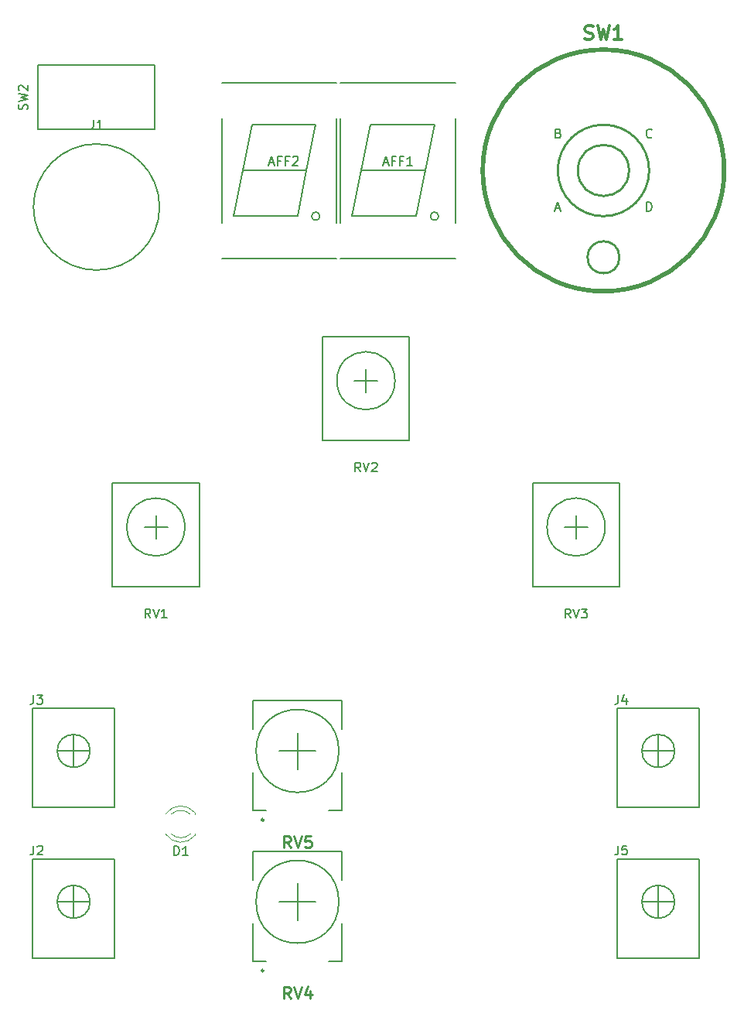
<source format=gbr>
G04 #@! TF.FileFunction,Legend,Top*
%FSLAX46Y46*%
G04 Gerber Fmt 4.6, Leading zero omitted, Abs format (unit mm)*
G04 Created by KiCad (PCBNEW 4.0.7) date Mon Nov 20 20:18:14 2017*
%MOMM*%
%LPD*%
G01*
G04 APERTURE LIST*
%ADD10C,0.100000*%
%ADD11C,0.150000*%
%ADD12C,0.120000*%
%ADD13C,0.254000*%
%ADD14C,0.200000*%
%ADD15C,0.304800*%
G04 APERTURE END LIST*
D10*
D11*
X8800000Y10000000D02*
X5200000Y10000000D01*
X7000000Y8200000D02*
X7000000Y11800000D01*
X8800000Y10000000D02*
G75*
G03X8800000Y10000000I-1800000J0D01*
G01*
X2500000Y3800000D02*
X2500000Y14700000D01*
X11500000Y3800000D02*
X11500000Y14700000D01*
X11500000Y14700000D02*
X2500000Y14700000D01*
X11500000Y3800000D02*
X2500000Y3800000D01*
X33947214Y85000000D02*
G75*
G03X33947214Y85000000I-447214J0D01*
G01*
X26500000Y95000000D02*
X25500000Y90000000D01*
X25500000Y90000000D02*
X24500000Y85000000D01*
X24500000Y85000000D02*
X31500000Y85000000D01*
X31500000Y85000000D02*
X32500000Y90000000D01*
X33500000Y95000000D02*
X32500000Y90000000D01*
X32500000Y90000000D02*
X25500000Y90000000D01*
X26500000Y95000000D02*
X33500000Y95000000D01*
X35800000Y80400000D02*
X23200000Y80400000D01*
X23200000Y95700000D02*
X23200000Y84300000D01*
X35800000Y95700000D02*
X35800000Y84300000D01*
X23200000Y99600000D02*
X35800000Y99600000D01*
X46947214Y85000000D02*
G75*
G03X46947214Y85000000I-447214J0D01*
G01*
X39500000Y95000000D02*
X38500000Y90000000D01*
X38500000Y90000000D02*
X37500000Y85000000D01*
X37500000Y85000000D02*
X44500000Y85000000D01*
X44500000Y85000000D02*
X45500000Y90000000D01*
X46500000Y95000000D02*
X45500000Y90000000D01*
X45500000Y90000000D02*
X38500000Y90000000D01*
X39500000Y95000000D02*
X46500000Y95000000D01*
X48800000Y80400000D02*
X36200000Y80400000D01*
X36200000Y95700000D02*
X36200000Y84300000D01*
X48800000Y95700000D02*
X48800000Y84300000D01*
X36200000Y99600000D02*
X48800000Y99600000D01*
D12*
X17057665Y17421392D02*
G75*
G03X20290000Y17264484I1672335J1078608D01*
G01*
X17057665Y19578608D02*
G75*
G02X20290000Y19735516I1672335J-1078608D01*
G01*
X17688870Y17420163D02*
G75*
G03X19770961Y17420000I1041130J1079837D01*
G01*
X17688870Y19579837D02*
G75*
G02X19770961Y19580000I1041130J-1079837D01*
G01*
X20290000Y17264000D02*
X20290000Y17420000D01*
X20290000Y19580000D02*
X20290000Y19736000D01*
D11*
X15900000Y101500000D02*
X15900000Y94500000D01*
X15900000Y94500000D02*
X3100000Y94500000D01*
X3100000Y94500000D02*
X3100000Y101500000D01*
X3100000Y101500000D02*
X15900000Y101500000D01*
X16400000Y86000000D02*
G75*
G03X16400000Y86000000I-6900000J0D01*
G01*
D13*
X78335000Y90000000D02*
G75*
G03X78335000Y90000000I-13335000J0D01*
G01*
X67794000Y90000000D02*
G75*
G03X67794000Y90000000I-2794000J0D01*
G01*
X66750060Y80500400D02*
G75*
G03X66750060Y80500400I-1750060J0D01*
G01*
X70001260Y90000000D02*
G75*
G03X70001260Y90000000I-5001260J0D01*
G01*
X78098780Y90000000D02*
G75*
G03X78098780Y90000000I-13098780J0D01*
G01*
D11*
X8800000Y26500000D02*
X5200000Y26500000D01*
X7000000Y24700000D02*
X7000000Y28300000D01*
X8800000Y26500000D02*
G75*
G03X8800000Y26500000I-1800000J0D01*
G01*
X2500000Y20300000D02*
X2500000Y31200000D01*
X11500000Y20300000D02*
X11500000Y31200000D01*
X11500000Y31200000D02*
X2500000Y31200000D01*
X11500000Y20300000D02*
X2500000Y20300000D01*
X72800000Y26500000D02*
X69200000Y26500000D01*
X71000000Y24700000D02*
X71000000Y28300000D01*
X72800000Y26500000D02*
G75*
G03X72800000Y26500000I-1800000J0D01*
G01*
X66500000Y20300000D02*
X66500000Y31200000D01*
X75500000Y20300000D02*
X75500000Y31200000D01*
X75500000Y31200000D02*
X66500000Y31200000D01*
X75500000Y20300000D02*
X66500000Y20300000D01*
X72800000Y10000000D02*
X69200000Y10000000D01*
X71000000Y8200000D02*
X71000000Y11800000D01*
X72800000Y10000000D02*
G75*
G03X72800000Y10000000I-1800000J0D01*
G01*
X66500000Y3800000D02*
X66500000Y14700000D01*
X75500000Y3800000D02*
X75500000Y14700000D01*
X75500000Y14700000D02*
X66500000Y14700000D01*
X75500000Y3800000D02*
X66500000Y3800000D01*
X14730000Y51000000D02*
X17270000Y51000000D01*
X16000000Y52270000D02*
X16000000Y49730000D01*
X19175000Y51000000D02*
G75*
G03X19175000Y51000000I-3175000J0D01*
G01*
X11250000Y55850000D02*
X11250000Y44500000D01*
X20750000Y55850000D02*
X20750000Y44500000D01*
X11250000Y44500000D02*
X20750000Y44500000D01*
X11250000Y55850000D02*
X20750000Y55850000D01*
X37730000Y67000000D02*
X40270000Y67000000D01*
X39000000Y68270000D02*
X39000000Y65730000D01*
X42175000Y67000000D02*
G75*
G03X42175000Y67000000I-3175000J0D01*
G01*
X34250000Y71850000D02*
X34250000Y60500000D01*
X43750000Y71850000D02*
X43750000Y60500000D01*
X34250000Y60500000D02*
X43750000Y60500000D01*
X34250000Y71850000D02*
X43750000Y71850000D01*
X60730000Y51000000D02*
X63270000Y51000000D01*
X62000000Y52270000D02*
X62000000Y49730000D01*
X65175000Y51000000D02*
G75*
G03X65175000Y51000000I-3175000J0D01*
G01*
X57250000Y55850000D02*
X57250000Y44500000D01*
X66750000Y55850000D02*
X66750000Y44500000D01*
X57250000Y44500000D02*
X66750000Y44500000D01*
X57250000Y55850000D02*
X66750000Y55850000D01*
X31500000Y10000000D02*
X31500000Y12000000D01*
X31500000Y12000000D02*
X31500000Y10000000D01*
X31500000Y10000000D02*
X33500000Y10000000D01*
X33500000Y10000000D02*
X31500000Y10000000D01*
X31500000Y10000000D02*
X31500000Y8000000D01*
X31500000Y8000000D02*
X31500000Y10000000D01*
X31500000Y10000000D02*
X29500000Y10000000D01*
X36027693Y10000000D02*
G75*
G03X36027693Y10000000I-4527693J0D01*
G01*
D14*
X26600000Y15500000D02*
X36400000Y15500000D01*
X36400000Y15500000D02*
X36400000Y12350000D01*
X26600000Y15500000D02*
X26600000Y12350000D01*
X26600000Y3500000D02*
X26600000Y7650000D01*
X36400000Y3500000D02*
X36400000Y7650000D01*
X26600000Y3500000D02*
X28100000Y3500000D01*
X36400000Y3500000D02*
X34900000Y3500000D01*
D13*
X27799740Y2462000D02*
G75*
G03X27799740Y2462000I-113740J0D01*
G01*
D11*
X31500000Y26500000D02*
X31500000Y28500000D01*
X31500000Y28500000D02*
X31500000Y26500000D01*
X31500000Y26500000D02*
X33500000Y26500000D01*
X33500000Y26500000D02*
X31500000Y26500000D01*
X31500000Y26500000D02*
X31500000Y24500000D01*
X31500000Y24500000D02*
X31500000Y26500000D01*
X31500000Y26500000D02*
X29500000Y26500000D01*
X36027693Y26500000D02*
G75*
G03X36027693Y26500000I-4527693J0D01*
G01*
D14*
X26600000Y32000000D02*
X36400000Y32000000D01*
X36400000Y32000000D02*
X36400000Y28850000D01*
X26600000Y32000000D02*
X26600000Y28850000D01*
X26600000Y20000000D02*
X26600000Y24150000D01*
X36400000Y20000000D02*
X36400000Y24150000D01*
X26600000Y20000000D02*
X28100000Y20000000D01*
X36400000Y20000000D02*
X34900000Y20000000D01*
D13*
X27799740Y18962000D02*
G75*
G03X27799740Y18962000I-113740J0D01*
G01*
D11*
X2602667Y16135619D02*
X2602667Y15421333D01*
X2555047Y15278476D01*
X2459809Y15183238D01*
X2316952Y15135619D01*
X2221714Y15135619D01*
X3031238Y16040381D02*
X3078857Y16088000D01*
X3174095Y16135619D01*
X3412191Y16135619D01*
X3507429Y16088000D01*
X3555048Y16040381D01*
X3602667Y15945143D01*
X3602667Y15849905D01*
X3555048Y15707048D01*
X2983619Y15135619D01*
X3602667Y15135619D01*
X28428571Y90833333D02*
X28904762Y90833333D01*
X28333333Y90547619D02*
X28666666Y91547619D01*
X29000000Y90547619D01*
X29666667Y91071429D02*
X29333333Y91071429D01*
X29333333Y90547619D02*
X29333333Y91547619D01*
X29809524Y91547619D01*
X30523810Y91071429D02*
X30190476Y91071429D01*
X30190476Y90547619D02*
X30190476Y91547619D01*
X30666667Y91547619D01*
X31000000Y91452381D02*
X31047619Y91500000D01*
X31142857Y91547619D01*
X31380953Y91547619D01*
X31476191Y91500000D01*
X31523810Y91452381D01*
X31571429Y91357143D01*
X31571429Y91261905D01*
X31523810Y91119048D01*
X30952381Y90547619D01*
X31571429Y90547619D01*
X40928571Y90833333D02*
X41404762Y90833333D01*
X40833333Y90547619D02*
X41166666Y91547619D01*
X41500000Y90547619D01*
X42166667Y91071429D02*
X41833333Y91071429D01*
X41833333Y90547619D02*
X41833333Y91547619D01*
X42309524Y91547619D01*
X43023810Y91071429D02*
X42690476Y91071429D01*
X42690476Y90547619D02*
X42690476Y91547619D01*
X43166667Y91547619D01*
X44071429Y90547619D02*
X43500000Y90547619D01*
X43785714Y90547619D02*
X43785714Y91547619D01*
X43690476Y91404762D01*
X43595238Y91309524D01*
X43500000Y91261905D01*
X17991905Y15087619D02*
X17991905Y16087619D01*
X18230000Y16087619D01*
X18372858Y16040000D01*
X18468096Y15944762D01*
X18515715Y15849524D01*
X18563334Y15659048D01*
X18563334Y15516190D01*
X18515715Y15325714D01*
X18468096Y15230476D01*
X18372858Y15135238D01*
X18230000Y15087619D01*
X17991905Y15087619D01*
X19515715Y15087619D02*
X18944286Y15087619D01*
X19230000Y15087619D02*
X19230000Y16087619D01*
X19134762Y15944762D01*
X19039524Y15849524D01*
X18944286Y15801905D01*
X1904762Y96666667D02*
X1952381Y96809524D01*
X1952381Y97047620D01*
X1904762Y97142858D01*
X1857143Y97190477D01*
X1761905Y97238096D01*
X1666667Y97238096D01*
X1571429Y97190477D01*
X1523810Y97142858D01*
X1476190Y97047620D01*
X1428571Y96857143D01*
X1380952Y96761905D01*
X1333333Y96714286D01*
X1238095Y96666667D01*
X1142857Y96666667D01*
X1047619Y96714286D01*
X1000000Y96761905D01*
X952381Y96857143D01*
X952381Y97095239D01*
X1000000Y97238096D01*
X952381Y97571429D02*
X1952381Y97809524D01*
X1238095Y98000001D01*
X1952381Y98190477D01*
X952381Y98428572D01*
X1047619Y98761905D02*
X1000000Y98809524D01*
X952381Y98904762D01*
X952381Y99142858D01*
X1000000Y99238096D01*
X1047619Y99285715D01*
X1142857Y99333334D01*
X1238095Y99333334D01*
X1380952Y99285715D01*
X1952381Y98714286D01*
X1952381Y99333334D01*
X9166667Y95547619D02*
X9166667Y94833333D01*
X9119047Y94690476D01*
X9023809Y94595238D01*
X8880952Y94547619D01*
X8785714Y94547619D01*
X10166667Y94547619D02*
X9595238Y94547619D01*
X9880952Y94547619D02*
X9880952Y95547619D01*
X9785714Y95404762D01*
X9690476Y95309524D01*
X9595238Y95261905D01*
D15*
X62968000Y104383143D02*
X63185714Y104310571D01*
X63548571Y104310571D01*
X63693714Y104383143D01*
X63766285Y104455714D01*
X63838857Y104600857D01*
X63838857Y104746000D01*
X63766285Y104891143D01*
X63693714Y104963714D01*
X63548571Y105036286D01*
X63258285Y105108857D01*
X63113143Y105181429D01*
X63040571Y105254000D01*
X62968000Y105399143D01*
X62968000Y105544286D01*
X63040571Y105689429D01*
X63113143Y105762000D01*
X63258285Y105834571D01*
X63621143Y105834571D01*
X63838857Y105762000D01*
X64346857Y105834571D02*
X64709714Y104310571D01*
X65000000Y105399143D01*
X65290286Y104310571D01*
X65653143Y105834571D01*
X67032000Y104310571D02*
X66161143Y104310571D01*
X66596571Y104310571D02*
X66596571Y105834571D01*
X66451428Y105616857D01*
X66306286Y105471714D01*
X66161143Y105399143D01*
D11*
X60071429Y94071429D02*
X60214286Y94023810D01*
X60261905Y93976190D01*
X60309524Y93880952D01*
X60309524Y93738095D01*
X60261905Y93642857D01*
X60214286Y93595238D01*
X60119048Y93547619D01*
X59738095Y93547619D01*
X59738095Y94547619D01*
X60071429Y94547619D01*
X60166667Y94500000D01*
X60214286Y94452381D01*
X60261905Y94357143D01*
X60261905Y94261905D01*
X60214286Y94166667D01*
X60166667Y94119048D01*
X60071429Y94071429D01*
X59738095Y94071429D01*
X70309524Y93642857D02*
X70261905Y93595238D01*
X70119048Y93547619D01*
X70023810Y93547619D01*
X69880952Y93595238D01*
X69785714Y93690476D01*
X69738095Y93785714D01*
X69690476Y93976190D01*
X69690476Y94119048D01*
X69738095Y94309524D01*
X69785714Y94404762D01*
X69880952Y94500000D01*
X70023810Y94547619D01*
X70119048Y94547619D01*
X70261905Y94500000D01*
X70309524Y94452381D01*
X69738095Y85547619D02*
X69738095Y86547619D01*
X69976190Y86547619D01*
X70119048Y86500000D01*
X70214286Y86404762D01*
X70261905Y86309524D01*
X70309524Y86119048D01*
X70309524Y85976190D01*
X70261905Y85785714D01*
X70214286Y85690476D01*
X70119048Y85595238D01*
X69976190Y85547619D01*
X69738095Y85547619D01*
X59761905Y85833333D02*
X60238096Y85833333D01*
X59666667Y85547619D02*
X60000000Y86547619D01*
X60333334Y85547619D01*
X2602667Y32635619D02*
X2602667Y31921333D01*
X2555047Y31778476D01*
X2459809Y31683238D01*
X2316952Y31635619D01*
X2221714Y31635619D01*
X2983619Y32635619D02*
X3602667Y32635619D01*
X3269333Y32254667D01*
X3412191Y32254667D01*
X3507429Y32207048D01*
X3555048Y32159429D01*
X3602667Y32064190D01*
X3602667Y31826095D01*
X3555048Y31730857D01*
X3507429Y31683238D01*
X3412191Y31635619D01*
X3126476Y31635619D01*
X3031238Y31683238D01*
X2983619Y31730857D01*
X66602667Y32635619D02*
X66602667Y31921333D01*
X66555047Y31778476D01*
X66459809Y31683238D01*
X66316952Y31635619D01*
X66221714Y31635619D01*
X67507429Y32302286D02*
X67507429Y31635619D01*
X67269333Y32683238D02*
X67031238Y31968952D01*
X67650286Y31968952D01*
X66602667Y16135619D02*
X66602667Y15421333D01*
X66555047Y15278476D01*
X66459809Y15183238D01*
X66316952Y15135619D01*
X66221714Y15135619D01*
X67555048Y16135619D02*
X67078857Y16135619D01*
X67031238Y15659429D01*
X67078857Y15707048D01*
X67174095Y15754667D01*
X67412191Y15754667D01*
X67507429Y15707048D01*
X67555048Y15659429D01*
X67602667Y15564190D01*
X67602667Y15326095D01*
X67555048Y15230857D01*
X67507429Y15183238D01*
X67412191Y15135619D01*
X67174095Y15135619D01*
X67078857Y15183238D01*
X67031238Y15230857D01*
X15404762Y41047619D02*
X15071428Y41523810D01*
X14833333Y41047619D02*
X14833333Y42047619D01*
X15214286Y42047619D01*
X15309524Y42000000D01*
X15357143Y41952381D01*
X15404762Y41857143D01*
X15404762Y41714286D01*
X15357143Y41619048D01*
X15309524Y41571429D01*
X15214286Y41523810D01*
X14833333Y41523810D01*
X15690476Y42047619D02*
X16023809Y41047619D01*
X16357143Y42047619D01*
X17214286Y41047619D02*
X16642857Y41047619D01*
X16928571Y41047619D02*
X16928571Y42047619D01*
X16833333Y41904762D01*
X16738095Y41809524D01*
X16642857Y41761905D01*
X38404762Y57047619D02*
X38071428Y57523810D01*
X37833333Y57047619D02*
X37833333Y58047619D01*
X38214286Y58047619D01*
X38309524Y58000000D01*
X38357143Y57952381D01*
X38404762Y57857143D01*
X38404762Y57714286D01*
X38357143Y57619048D01*
X38309524Y57571429D01*
X38214286Y57523810D01*
X37833333Y57523810D01*
X38690476Y58047619D02*
X39023809Y57047619D01*
X39357143Y58047619D01*
X39642857Y57952381D02*
X39690476Y58000000D01*
X39785714Y58047619D01*
X40023810Y58047619D01*
X40119048Y58000000D01*
X40166667Y57952381D01*
X40214286Y57857143D01*
X40214286Y57761905D01*
X40166667Y57619048D01*
X39595238Y57047619D01*
X40214286Y57047619D01*
X61404762Y41047619D02*
X61071428Y41523810D01*
X60833333Y41047619D02*
X60833333Y42047619D01*
X61214286Y42047619D01*
X61309524Y42000000D01*
X61357143Y41952381D01*
X61404762Y41857143D01*
X61404762Y41714286D01*
X61357143Y41619048D01*
X61309524Y41571429D01*
X61214286Y41523810D01*
X60833333Y41523810D01*
X61690476Y42047619D02*
X62023809Y41047619D01*
X62357143Y42047619D01*
X62595238Y42047619D02*
X63214286Y42047619D01*
X62880952Y41666667D01*
X63023810Y41666667D01*
X63119048Y41619048D01*
X63166667Y41571429D01*
X63214286Y41476190D01*
X63214286Y41238095D01*
X63166667Y41142857D01*
X63119048Y41095238D01*
X63023810Y41047619D01*
X62738095Y41047619D01*
X62642857Y41095238D01*
X62595238Y41142857D01*
D13*
X30744048Y-574524D02*
X30320715Y30238D01*
X30018334Y-574524D02*
X30018334Y695476D01*
X30502143Y695476D01*
X30623096Y635000D01*
X30683572Y574524D01*
X30744048Y453571D01*
X30744048Y272143D01*
X30683572Y151190D01*
X30623096Y90714D01*
X30502143Y30238D01*
X30018334Y30238D01*
X31106905Y695476D02*
X31530239Y-574524D01*
X31953572Y695476D01*
X32921191Y272143D02*
X32921191Y-574524D01*
X32618810Y755952D02*
X32316429Y-151190D01*
X33102619Y-151190D01*
X30744048Y15925476D02*
X30320715Y16530238D01*
X30018334Y15925476D02*
X30018334Y17195476D01*
X30502143Y17195476D01*
X30623096Y17135000D01*
X30683572Y17074524D01*
X30744048Y16953571D01*
X30744048Y16772143D01*
X30683572Y16651190D01*
X30623096Y16590714D01*
X30502143Y16530238D01*
X30018334Y16530238D01*
X31106905Y17195476D02*
X31530239Y15925476D01*
X31953572Y17195476D01*
X32981667Y17195476D02*
X32376905Y17195476D01*
X32316429Y16590714D01*
X32376905Y16651190D01*
X32497857Y16711667D01*
X32800238Y16711667D01*
X32921191Y16651190D01*
X32981667Y16590714D01*
X33042143Y16469762D01*
X33042143Y16167381D01*
X32981667Y16046429D01*
X32921191Y15985952D01*
X32800238Y15925476D01*
X32497857Y15925476D01*
X32376905Y15985952D01*
X32316429Y16046429D01*
M02*

</source>
